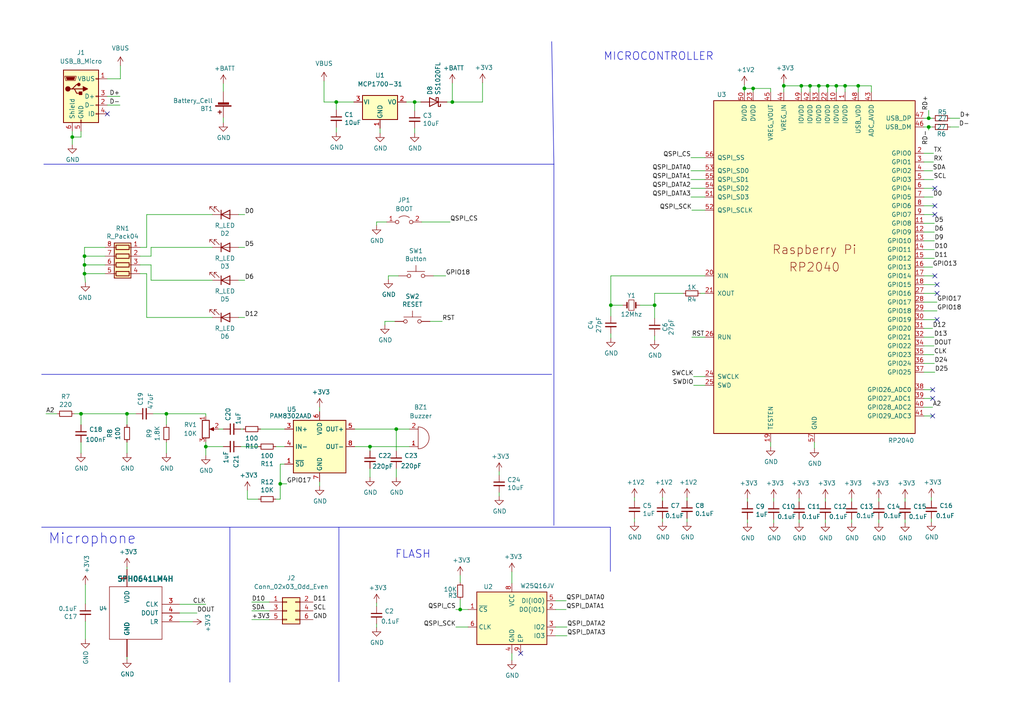
<source format=kicad_sch>
(kicad_sch (version 20230121) (generator eeschema)
  (paper "A4")
  (junction (at 234.95 24.892))
  (junction (at 81.28 140.335))
  (junction (at 177.165 88.519))
  (junction (at 237.49 24.892))
  (junction (at 59.69 129.54))
  (junction (at 23.495 120.015))
  (junction (at 269.367 34.29))
  (junction (at 248.92 24.892))
  (junction (at 24.511 79.375))
  (junction (at 131.191 29.591))
  (junction (at 240.03 24.892))
  (junction (at 24.511 76.835))
  (junction (at 269.367 36.83))
  (junction (at 245.11 24.892))
  (junction (at 242.57 24.892))
  (junction (at 133.477 176.784))
  (junction (at 227.33 24.892))
  (junction (at 48.26 120.015))
  (junction (at 20.955 39.751))
  (junction (at 215.9 25.654))
  (junction (at 232.41 24.892))
  (junction (at 120.269 29.591))
  (junction (at 218.44 25.654))
  (junction (at 189.865 88.519))
  (junction (at 97.536 29.591))
  (junction (at 24.511 74.295))
  (junction (at 114.935 124.46))
  (junction (at 107.315 129.54))
  (junction (at 36.83 120.015))
  (no_connect (at 270.51 113.03))
  (no_connect (at 270.51 115.57))
  (no_connect (at 270.51 120.65))
  (no_connect (at 31.115 33.02))
  (no_connect (at 271.145 80.01))
  (no_connect (at 151.003 189.484))
  (no_connect (at 271.145 54.61))
  (no_connect (at 271.78 82.55))
  (no_connect (at 271.78 85.09))
  (no_connect (at 271.78 92.71))
  (no_connect (at 271.145 59.69))
  (no_connect (at 271.145 62.23))
  (wire (pts (xy 242.57 24.892) (xy 245.11 24.892)))
  (wire (pts (xy 36.83 123.19) (xy 36.83 120.015)))
  (wire (pts (xy 75.565 124.46) (xy 82.55 124.46)))
  (wire (pts (xy 120.269 37.211) (xy 120.269 38.608)))
  (wire (pts (xy 107.315 129.54) (xy 118.745 129.54)))
  (wire (pts (xy 23.495 39.751) (xy 23.495 38.1)))
  (wire (pts (xy 44.45 120.015) (xy 48.26 120.015)))
  (wire (pts (xy 43.815 71.755) (xy 43.815 74.295)))
  (wire (pts (xy 267.97 97.79) (xy 270.891 97.79)))
  (wire (pts (xy 240.03 24.892) (xy 242.57 24.892)))
  (wire (pts (xy 43.815 76.835) (xy 43.815 81.28)))
  (wire (pts (xy 20.955 39.751) (xy 23.495 39.751)))
  (wire (pts (xy 69.85 124.46) (xy 70.485 124.46)))
  (wire (pts (xy 120.269 29.591) (xy 120.269 32.131)))
  (wire (pts (xy 189.865 88.519) (xy 189.865 92.329)))
  (wire (pts (xy 30.48 74.295) (xy 24.511 74.295)))
  (wire (pts (xy 267.97 59.69) (xy 271.145 59.69)))
  (wire (pts (xy 34.925 22.86) (xy 34.925 19.05)))
  (wire (pts (xy 20.955 38.1) (xy 20.955 39.751)))
  (wire (pts (xy 267.97 44.45) (xy 270.764 44.45)))
  (wire (pts (xy 20.955 39.751) (xy 20.955 41.91)))
  (wire (pts (xy 59.69 129.54) (xy 59.69 128.27)))
  (wire (pts (xy 73.025 177.165) (xy 78.105 177.165)))
  (wire (pts (xy 21.59 120.015) (xy 23.495 120.015)))
  (wire (pts (xy 199.263 150.368) (xy 199.263 151.384)))
  (wire (pts (xy 23.495 128.27) (xy 23.495 131.445)))
  (wire (pts (xy 48.26 120.015) (xy 59.69 120.015)))
  (wire (pts (xy 189.865 85.09) (xy 198.12 85.09)))
  (wire (pts (xy 40.64 76.835) (xy 43.815 76.835)))
  (wire (pts (xy 204.47 111.76) (xy 201.168 111.76)))
  (wire (pts (xy 102.87 124.46) (xy 114.935 124.46)))
  (wire (pts (xy 204.47 57.15) (xy 200.406 57.15)))
  (wire (pts (xy 71.755 144.78) (xy 71.755 142.24)))
  (wire (pts (xy 232.41 26.67) (xy 232.41 24.892)))
  (wire (pts (xy 111.633 93.218) (xy 111.633 94.234)))
  (wire (pts (xy 189.865 85.09) (xy 189.865 88.519)))
  (wire (pts (xy 114.935 135.89) (xy 114.935 138.43)))
  (wire (pts (xy 135.763 181.864) (xy 132.207 181.864)))
  (wire (pts (xy 218.44 25.654) (xy 218.44 26.67)))
  (wire (pts (xy 40.64 74.295) (xy 43.815 74.295)))
  (wire (pts (xy 267.97 54.61) (xy 271.145 54.61)))
  (wire (pts (xy 215.9 25.654) (xy 215.9 24.638)))
  (wire (pts (xy 42.545 79.375) (xy 42.545 92.075)))
  (wire (pts (xy 48.26 120.015) (xy 48.26 123.19)))
  (wire (pts (xy 117.856 29.591) (xy 120.269 29.591)))
  (polyline (pts (xy 177.038 152.908) (xy 177.038 165.735)))
  (wire (pts (xy 36.83 191.135) (xy 36.83 190.5)))
  (wire (pts (xy 125.73 80.01) (xy 129.286 80.01)))
  (wire (pts (xy 30.48 76.835) (xy 24.511 76.835)))
  (wire (pts (xy 81.28 140.335) (xy 83.185 140.335)))
  (wire (pts (xy 231.775 145.542) (xy 231.775 144.526)))
  (polyline (pts (xy 98.298 152.908) (xy 98.298 197.739)))
  (wire (pts (xy 139.954 24.003) (xy 139.954 29.591)))
  (wire (pts (xy 269.367 34.29) (xy 270.51 34.29)))
  (wire (pts (xy 107.315 135.89) (xy 107.315 138.43)))
  (wire (pts (xy 97.536 29.591) (xy 97.536 31.877)))
  (wire (pts (xy 144.78 137.795) (xy 144.78 136.779)))
  (wire (pts (xy 63.5 124.46) (xy 64.77 124.46)))
  (wire (pts (xy 267.97 77.47) (xy 270.51 77.47)))
  (wire (pts (xy 59.69 129.54) (xy 59.69 132.08)))
  (polyline (pts (xy 160.02 12.065) (xy 160.655 47.625)))
  (wire (pts (xy 239.395 145.542) (xy 239.395 144.526)))
  (wire (pts (xy 69.215 81.28) (xy 70.993 81.28)))
  (wire (pts (xy 24.765 185.42) (xy 24.765 180.213)))
  (wire (pts (xy 267.97 67.31) (xy 271.018 67.31)))
  (wire (pts (xy 102.87 129.54) (xy 107.315 129.54)))
  (wire (pts (xy 271.78 92.71) (xy 267.97 92.71)))
  (wire (pts (xy 93.98 29.591) (xy 97.536 29.591)))
  (polyline (pts (xy 12.7 47.625) (xy 160.655 47.625)))
  (wire (pts (xy 267.97 113.03) (xy 270.51 113.03)))
  (wire (pts (xy 252.73 26.67) (xy 252.73 24.892)))
  (wire (pts (xy 52.07 175.26) (xy 59.69 175.26)))
  (wire (pts (xy 216.789 150.622) (xy 216.789 151.638)))
  (wire (pts (xy 215.9 26.67) (xy 215.9 25.654)))
  (wire (pts (xy 55.88 180.34) (xy 52.07 180.34)))
  (wire (pts (xy 248.92 26.67) (xy 248.92 24.892)))
  (wire (pts (xy 271.78 87.63) (xy 267.97 87.63)))
  (wire (pts (xy 204.47 49.53) (xy 200.406 49.53)))
  (wire (pts (xy 267.97 62.23) (xy 271.145 62.23)))
  (wire (pts (xy 52.07 177.8) (xy 57.15 177.8)))
  (wire (pts (xy 237.49 26.67) (xy 237.49 24.892)))
  (wire (pts (xy 275.59 34.29) (xy 278.384 34.29)))
  (wire (pts (xy 133.477 173.99) (xy 133.477 176.784)))
  (wire (pts (xy 80.01 129.54) (xy 82.55 129.54)))
  (wire (pts (xy 267.97 64.77) (xy 271.018 64.77)))
  (wire (pts (xy 270.51 95.25) (xy 267.97 95.25)))
  (wire (pts (xy 204.47 80.01) (xy 177.165 80.01)))
  (wire (pts (xy 204.47 97.79) (xy 200.66 97.79)))
  (wire (pts (xy 144.78 142.875) (xy 144.78 143.891)))
  (wire (pts (xy 269.367 32.004) (xy 269.367 34.29)))
  (wire (pts (xy 40.64 79.375) (xy 42.545 79.375)))
  (wire (pts (xy 271.145 80.01) (xy 267.97 80.01)))
  (wire (pts (xy 30.48 79.375) (xy 24.511 79.375)))
  (wire (pts (xy 43.815 71.755) (xy 61.595 71.755)))
  (wire (pts (xy 23.495 120.015) (xy 23.495 123.19)))
  (polyline (pts (xy 66.675 153.035) (xy 66.675 197.866)))
  (wire (pts (xy 204.47 85.09) (xy 203.2 85.09)))
  (wire (pts (xy 69.85 129.54) (xy 74.93 129.54)))
  (wire (pts (xy 267.97 118.11) (xy 270.51 118.11)))
  (wire (pts (xy 267.97 72.39) (xy 271.018 72.39)))
  (wire (pts (xy 215.9 25.654) (xy 218.44 25.654)))
  (wire (pts (xy 267.97 102.87) (xy 270.891 102.87)))
  (wire (pts (xy 36.83 120.015) (xy 39.37 120.015)))
  (wire (pts (xy 30.48 71.755) (xy 24.511 71.755)))
  (wire (pts (xy 232.41 24.892) (xy 234.95 24.892)))
  (wire (pts (xy 81.28 134.62) (xy 81.28 140.335)))
  (wire (pts (xy 204.47 109.22) (xy 201.168 109.22)))
  (wire (pts (xy 267.97 69.85) (xy 271.018 69.85)))
  (wire (pts (xy 120.269 29.591) (xy 122.047 29.591)))
  (wire (pts (xy 199.263 145.288) (xy 199.263 144.272)))
  (wire (pts (xy 107.315 129.54) (xy 107.315 130.81)))
  (wire (pts (xy 227.33 26.67) (xy 227.33 24.892)))
  (wire (pts (xy 267.97 57.15) (xy 270.637 57.15)))
  (wire (pts (xy 13.335 120.015) (xy 16.51 120.015)))
  (wire (pts (xy 59.69 120.65) (xy 59.69 120.015)))
  (wire (pts (xy 177.165 88.519) (xy 180.594 88.519)))
  (wire (pts (xy 92.71 118.11) (xy 92.71 119.38)))
  (wire (pts (xy 42.545 92.075) (xy 61.595 92.075)))
  (wire (pts (xy 131.191 29.591) (xy 139.954 29.591)))
  (wire (pts (xy 36.83 120.015) (xy 23.495 120.015)))
  (polyline (pts (xy 12.065 108.585) (xy 160.02 108.585)))
  (wire (pts (xy 81.28 134.62) (xy 82.55 134.62)))
  (wire (pts (xy 42.545 71.755) (xy 42.545 62.23)))
  (wire (pts (xy 248.92 24.892) (xy 245.11 24.892)))
  (wire (pts (xy 24.511 74.295) (xy 24.511 76.835)))
  (wire (pts (xy 269.367 37.719) (xy 269.367 36.83)))
  (wire (pts (xy 271.78 90.17) (xy 267.97 90.17)))
  (wire (pts (xy 115.57 80.01) (xy 112.649 80.01)))
  (wire (pts (xy 112.141 64.389) (xy 109.22 64.389)))
  (wire (pts (xy 148.463 169.164) (xy 148.463 165.862)))
  (wire (pts (xy 73.025 174.625) (xy 78.105 174.625)))
  (wire (pts (xy 114.935 124.46) (xy 118.745 124.46)))
  (wire (pts (xy 161.163 174.244) (xy 164.211 174.244)))
  (wire (pts (xy 131.191 29.591) (xy 131.191 24.13)))
  (wire (pts (xy 36.83 128.27) (xy 36.83 131.445)))
  (wire (pts (xy 122.301 64.389) (xy 130.556 64.389)))
  (wire (pts (xy 247.015 145.542) (xy 247.015 144.526)))
  (wire (pts (xy 177.165 88.519) (xy 177.165 91.694)))
  (wire (pts (xy 112.649 80.01) (xy 112.649 81.026)))
  (wire (pts (xy 240.03 26.67) (xy 240.03 24.892)))
  (wire (pts (xy 204.47 52.07) (xy 200.406 52.07)))
  (wire (pts (xy 223.52 25.654) (xy 218.44 25.654)))
  (wire (pts (xy 24.511 76.835) (xy 24.511 79.375)))
  (wire (pts (xy 242.57 26.67) (xy 242.57 24.892)))
  (wire (pts (xy 267.97 105.41) (xy 271.018 105.41)))
  (wire (pts (xy 271.78 85.09) (xy 267.97 85.09)))
  (wire (pts (xy 237.49 24.892) (xy 240.03 24.892)))
  (wire (pts (xy 254.889 150.622) (xy 254.889 151.638)))
  (wire (pts (xy 64.77 34.163) (xy 64.77 35.56)))
  (wire (pts (xy 69.215 92.075) (xy 70.993 92.075)))
  (wire (pts (xy 192.151 145.288) (xy 192.151 144.272)))
  (wire (pts (xy 177.165 80.01) (xy 177.165 88.519)))
  (wire (pts (xy 24.511 71.755) (xy 24.511 74.295)))
  (polyline (pts (xy 160.655 47.625) (xy 160.655 152.4)))
  (wire (pts (xy 42.545 62.23) (xy 61.595 62.23)))
  (wire (pts (xy 64.77 26.543) (xy 64.77 24.257)))
  (wire (pts (xy 271.78 82.55) (xy 267.97 82.55)))
  (wire (pts (xy 262.509 150.622) (xy 262.509 151.638)))
  (wire (pts (xy 227.33 24.892) (xy 232.41 24.892)))
  (wire (pts (xy 40.64 71.755) (xy 42.545 71.755)))
  (wire (pts (xy 231.775 150.622) (xy 231.775 151.638)))
  (wire (pts (xy 184.023 150.368) (xy 184.023 151.384)))
  (wire (pts (xy 185.674 88.519) (xy 189.865 88.519)))
  (wire (pts (xy 245.11 24.892) (xy 245.11 26.67)))
  (wire (pts (xy 267.97 49.53) (xy 270.51 49.53)))
  (wire (pts (xy 161.163 176.784) (xy 164.211 176.784)))
  (wire (pts (xy 267.97 52.07) (xy 270.764 52.07)))
  (wire (pts (xy 227.33 24.892) (xy 227.33 24.13)))
  (wire (pts (xy 31.115 27.94) (xy 34.798 27.94)))
  (wire (pts (xy 234.95 24.892) (xy 237.49 24.892)))
  (wire (pts (xy 109.22 64.389) (xy 109.22 65.405)))
  (wire (pts (xy 161.163 184.404) (xy 164.465 184.404)))
  (wire (pts (xy 239.395 150.622) (xy 239.395 151.638)))
  (wire (pts (xy 124.714 93.218) (xy 128.27 93.218)))
  (wire (pts (xy 267.97 36.83) (xy 269.367 36.83)))
  (wire (pts (xy 43.815 81.28) (xy 61.595 81.28)))
  (wire (pts (xy 69.215 71.755) (xy 70.993 71.755)))
  (wire (pts (xy 24.765 175.133) (xy 24.765 169.545)))
  (wire (pts (xy 48.26 128.27) (xy 48.26 131.445)))
  (wire (pts (xy 252.73 24.892) (xy 248.92 24.892)))
  (wire (pts (xy 97.536 36.957) (xy 97.536 38.354)))
  (wire (pts (xy 36.83 165.1) (xy 36.83 164.465)))
  (wire (pts (xy 114.554 93.218) (xy 111.633 93.218)))
  (wire (pts (xy 64.77 129.54) (xy 59.69 129.54)))
  (wire (pts (xy 81.28 140.335) (xy 81.28 144.78)))
  (wire (pts (xy 97.536 29.591) (xy 102.616 29.591)))
  (wire (pts (xy 267.97 115.57) (xy 270.51 115.57)))
  (wire (pts (xy 133.477 168.91) (xy 133.477 166.878)))
  (wire (pts (xy 247.015 150.622) (xy 247.015 151.638)))
  (wire (pts (xy 177.165 98.044) (xy 177.165 96.774)))
  (wire (pts (xy 189.865 98.679) (xy 189.865 97.409)))
  (wire (pts (xy 223.52 26.67) (xy 223.52 25.654)))
  (wire (pts (xy 73.025 179.705) (xy 78.105 179.705)))
  (wire (pts (xy 204.47 54.61) (xy 200.406 54.61)))
  (polyline (pts (xy 12.065 152.908) (xy 177.038 152.908)))
  (wire (pts (xy 267.97 74.93) (xy 271.018 74.93)))
  (wire (pts (xy 224.409 145.542) (xy 224.409 144.526)))
  (wire (pts (xy 24.511 79.375) (xy 24.765 81.915)))
  (wire (pts (xy 234.95 26.67) (xy 234.95 24.892)))
  (wire (pts (xy 148.463 189.484) (xy 148.463 191.516)))
  (wire (pts (xy 204.47 45.72) (xy 200.406 45.72)))
  (wire (pts (xy 129.667 29.591) (xy 131.191 29.591)))
  (wire (pts (xy 236.22 128.27) (xy 236.22 130.048)))
  (wire (pts (xy 92.71 140.97) (xy 92.71 139.7)))
  (wire (pts (xy 267.97 34.29) (xy 269.367 34.29)))
  (wire (pts (xy 267.97 107.95) (xy 271.145 107.95)))
  (wire (pts (xy 216.789 145.542) (xy 216.789 144.526)))
  (wire (pts (xy 31.115 22.86) (xy 34.925 22.86)))
  (wire (pts (xy 270.129 145.288) (xy 270.129 144.272)))
  (wire (pts (xy 93.98 23.495) (xy 93.98 29.591)))
  (wire (pts (xy 31.115 30.48) (xy 34.798 30.48)))
  (wire (pts (xy 74.93 144.78) (xy 71.755 144.78)))
  (wire (pts (xy 204.47 60.96) (xy 200.66 60.96)))
  (wire (pts (xy 275.59 36.83) (xy 278.13 36.83)))
  (wire (pts (xy 114.935 124.46) (xy 114.935 130.81)))
  (wire (pts (xy 269.367 36.83) (xy 270.51 36.83)))
  (wire (pts (xy 262.509 145.542) (xy 262.509 144.526)))
  (wire (pts (xy 267.97 46.99) (xy 270.764 46.99)))
  (wire (pts (xy 133.477 176.784) (xy 132.207 176.784)))
  (wire (pts (xy 270.129 150.368) (xy 270.129 151.384)))
  (wire (pts (xy 109.22 180.975) (xy 109.22 181.991)))
  (wire (pts (xy 267.97 120.65) (xy 270.51 120.65)))
  (wire (pts (xy 69.215 62.23) (xy 70.993 62.23)))
  (wire (pts (xy 184.023 145.288) (xy 184.023 144.272)))
  (wire (pts (xy 224.409 150.622) (xy 224.409 151.638)))
  (wire (pts (xy 161.163 181.864) (xy 164.465 181.864)))
  (wire (pts (xy 254.889 145.542) (xy 254.889 144.526)))
  (wire (pts (xy 223.52 128.27) (xy 223.52 129.54)))
  (wire (pts (xy 192.151 150.368) (xy 192.151 151.384)))
  (wire (pts (xy 135.763 176.784) (xy 133.477 176.784)))
  (wire (pts (xy 110.236 37.211) (xy 110.236 38.608)))
  (wire (pts (xy 81.28 144.78) (xy 80.01 144.78)))
  (wire (pts (xy 109.22 175.895) (xy 109.22 174.879)))
  (wire (pts (xy 267.97 100.33) (xy 270.891 100.33)))
  (text "FLASH" (at 114.554 162.179 0) (effects (font (size 2.2606 2.2606)) (justify left bottom)))
  (text "Microphone" (at 13.97 158.115 0) (effects (font (size 2.9972 2.9972)) (justify left bottom)))
  (text "MICROCONTROLLER" (at 175.006 17.78 0) (effects (font (size 2.2606 2.2606)) (justify left bottom)))
  (label "SDA" (at 73.025 177.165 0))
  (label "SWDIO" (at 201.168 111.76 180))
  (label "D11" (at 90.805 174.625 0))
  (label "SCL" (at 270.764 52.07 0))
  (label "SDA" (at 270.51 49.53 0))
  (label "QSPI_DATA0" (at 200.406 49.53 180))
  (label "D6" (at 70.993 81.28 0))
  (label "QSPI_DATA2" (at 164.465 181.864 0))
  (label "D-" (at 278.13 36.83 0))
  (label "D6" (at 271.018 67.31 0))
  (label "D12" (at 70.993 92.075 0))
  (label "RD-" (at 269.367 37.719 270))
  (label "DOUT" (at 57.15 177.8 0))
  (label "D5" (at 70.993 71.755 0))
  (label "RX" (at 270.764 46.99 0))
  (label "+3V3" (at 73.025 179.705 0))
  (label "CLK" (at 59.69 175.26 180))
  (label "D11" (at 271.018 74.93 0))
  (label "RD+" (at 269.367 32.004 90))
  (label "D10" (at 271.018 72.39 0))
  (label "GPIO17" (at 83.185 140.335 0))
  (label "QSPI_CS" (at 132.207 176.784 180))
  (label "GND" (at 90.805 179.705 0))
  (label "D10" (at 73.025 174.625 0))
  (label "D+" (at 34.798 27.94 180))
  (label "QSPI_DATA3" (at 200.406 57.15 180))
  (label "QSPI_SCK" (at 200.66 60.96 180))
  (label "RST" (at 200.66 97.79 0))
  (label "GPIO18" (at 129.286 80.01 0))
  (label "A2" (at 270.51 118.11 0))
  (label "D24" (at 271.018 105.41 0))
  (label "D9" (at 271.018 69.85 0))
  (label "QSPI_DATA2" (at 200.406 54.61 180))
  (label "QSPI_DATA3" (at 164.465 184.404 0))
  (label "RST" (at 128.27 93.218 0))
  (label "D12" (at 270.51 95.25 0))
  (label "QSPI_DATA1" (at 164.211 176.784 0))
  (label "SCL" (at 90.805 177.165 0))
  (label "D0" (at 70.993 62.23 0))
  (label "A2" (at 13.335 120.015 0))
  (label "QSPI_DATA1" (at 200.406 52.07 180))
  (label "D0" (at 270.637 57.15 0))
  (label "D5" (at 271.018 64.77 0))
  (label "D+" (at 278.384 34.29 0))
  (label "GPIO18" (at 271.78 90.17 0))
  (label "D25" (at 271.145 107.95 0))
  (label "CLK" (at 270.891 102.87 0))
  (label "QSPI_CS" (at 200.406 45.72 180))
  (label "GPIO17" (at 271.78 87.63 0))
  (label "QSPI_SCK" (at 132.207 181.864 180))
  (label "QSPI_CS" (at 130.556 64.389 0))
  (label "GPIO13" (at 270.51 77.47 0))
  (label "TX" (at 270.764 44.45 0))
  (label "D13" (at 270.891 97.79 0))
  (label "SWCLK" (at 201.168 109.22 180))
  (label "DOUT" (at 270.891 100.33 0))
  (label "QSPI_DATA0" (at 164.211 174.244 0))
  (label "D-" (at 34.798 30.48 180))
  (symbol (lib_id "Device:LED") (at 65.405 71.755 0) (mirror x) (unit 1)
    (property "Reference" "D3" (at 65.2272 77.2414 0))
    (property "Value" "R_LED" (at 65.2272 74.93 0))
    (property "Footprint" "badge_pwnCon:LYT77K-K2M1-NoHole" (effects hide))
    (property "Datasheet" "https://www.mouser.mx/datasheet/2/216/AA3528ZGCKT09-1602097.pdf" (effects hide))
    (property "manf#" "AA3528ZGCKT09" (effects hide))
    (property "Stock en EC" "No" (effects hide))
  )
  (symbol (lib_id "Device:C_Small") (at 216.789 148.082 0) (unit 1)
    (property "Reference" "C9" (at 219.1258 146.9136 0) (effects (justify left)))
    (property "Value" "1uF" (at 219.1258 149.225 0) (effects (justify left)))
    (property "Footprint" "Capacitor_SMD:C_0603_1608Metric" (effects hide))
    (property "Datasheet" "https://datasheet.lcsc.com/lcsc/2007071712_CCTC-TCC0603X5R105K160CT_C696901.pdf" (effects hide))
    (property "LCSC#" "C696901" (effects hide))
    (property "manf#" "TCC0603X5R105K160CT" (effects hide))
    (property "Stock en Electronic Cats" "En Electronic Cats" (effects hide))
    (property "Stock en EC" "Yes" (effects hide))
  )
  (symbol (lib_id "power:+3V3") (at 92.71 118.11 0) (unit 1)
    (property "Reference" "#PWR058" (effects hide))
    (property "Value" "+3V3" (at 93.091 113.7158 0))
  )
  (symbol (lib_id "power:VBUS") (at 34.925 19.05 0) (unit 1)
    (property "Reference" "#PWR03" (effects hide))
    (property "Value" "VBUS" (at 34.925 13.97 0))
  )
  (symbol (lib_id "power:GND") (at 177.165 98.044 0) (unit 1)
    (property "Reference" "#PWR020" (effects hide))
    (property "Value" "GND" (at 177.292 102.4382 0))
  )
  (symbol (lib_id "Connector_Generic:Conn_02x03_Odd_Even") (at 83.185 177.165 0) (unit 1)
    (property "Reference" "J2" (at 84.455 167.64 0))
    (property "Value" "Conn_02x03_Odd_Even" (at 84.455 170.18 0))
    (property "Footprint" "Connector_PinHeader_2.54mm:PinHeader_2x03_P2.54mm_Vertical" (effects hide))
    (property "Stock en EC" "No" (effects hide))
  )
  (symbol (lib_id "Device:C_Small") (at 224.409 148.082 0) (unit 1)
    (property "Reference" "C10" (at 226.7458 146.9136 0) (effects (justify left)))
    (property "Value" "0.1uF" (at 225.425 149.86 0) (effects (justify left)))
    (property "Footprint" "Capacitor_SMD:C_0603_1608Metric" (effects hide))
    (property "Datasheet" "https://www.mouser.mx/datasheet/2/585/MLCC-1837944.pdf" (effects hide))
    (property "manf#" "CL10B104MA8NNWC" (effects hide))
    (property "Stock en EC" "No" (effects hide))
  )
  (symbol (lib_id "power:+3V3") (at 231.775 144.526 0) (unit 1)
    (property "Reference" "#PWR035" (effects hide))
    (property "Value" "+3V3" (at 232.156 140.1318 0))
  )
  (symbol (lib_id "Device:R_Small") (at 133.477 171.45 0) (unit 1)
    (property "Reference" "R3" (at 129.921 172.72 0) (effects (justify left)))
    (property "Value" "10K" (at 128.651 170.942 0) (effects (justify left)))
    (property "Footprint" "Resistor_SMD:R_0603_1608Metric" (effects hide))
    (property "Datasheet" "https://www.mouser.mx/datasheet/2/447/PYu_RC_Group_51_RoHS_L_11-1984063.pdf" (effects hide))
    (property "manf#" "RC0603JR-0710KL" (effects hide))
    (property "Stock en Electronic Cats" "En Electronic Cats" (effects hide))
    (property "Stock en EC" "Yes" (effects hide))
  )
  (symbol (lib_id "Device:C_Small") (at 41.91 120.015 90) (unit 1)
    (property "Reference" "C19" (at 40.7416 117.6782 0) (effects (justify left)))
    (property "Value" "47uF" (at 43.688 118.745 0) (effects (justify left)))
    (property "Footprint" "Capacitor_SMD:C_0603_1608Metric" (effects hide))
    (property "Datasheet" "https://www.mouser.mx/datasheet/2/281/1/GRM188R60J476ME15_01A-1985737.pdf" (effects hide))
    (property "manf#" "GRM188R60J476ME15J" (effects hide))
    (property "Stock en EC" "No" (effects hide))
  )
  (symbol (lib_id "power:+3V3") (at 270.129 144.272 0) (unit 1)
    (property "Reference" "#PWR046" (effects hide))
    (property "Value" "+3V3" (at 270.51 139.8778 0))
  )
  (symbol (lib_id "Device:C_Small") (at 67.31 124.46 90) (unit 1)
    (property "Reference" "C20" (at 66.1416 122.1232 0) (effects (justify left)))
    (property "Value" "1uF" (at 69.088 123.19 0) (effects (justify left)))
    (property "Footprint" "Capacitor_SMD:C_0603_1608Metric" (effects hide))
    (property "Datasheet" "https://datasheet.lcsc.com/lcsc/2007071712_CCTC-TCC0603X5R105K160CT_C696901.pdf" (effects hide))
    (property "LCSC#" "C696901" (effects hide))
    (property "manf#" "TCC0603X5R105K160CT" (effects hide))
    (property "Stock en EC" "Yes" (effects hide))
  )
  (symbol (lib_id "Device:LED") (at 65.405 81.28 0) (mirror x) (unit 1)
    (property "Reference" "D5" (at 65.2272 86.7664 0))
    (property "Value" "R_LED" (at 65.2272 84.455 0))
    (property "Footprint" "badge_pwnCon:LYT77K-K2M1-NoHole" (effects hide))
    (property "Datasheet" "https://www.mouser.mx/datasheet/2/216/AA3528ZGCKT09-1602097.pdf" (effects hide))
    (property "manf#" "AA3528ZGCKT09" (effects hide))
    (property "Stock en EC" "No" (effects hide))
  )
  (symbol (lib_id "power:GND") (at 192.151 151.384 0) (unit 1)
    (property "Reference" "#PWR025" (effects hide))
    (property "Value" "GND" (at 192.278 155.7782 0))
  )
  (symbol (lib_id "power:GND") (at 36.83 191.135 0) (unit 1)
    (property "Reference" "#PWR051" (effects hide))
    (property "Value" "GND" (at 36.957 195.5292 0))
  )
  (symbol (lib_id "Device:R_Small") (at 273.05 34.29 270) (unit 1)
    (property "Reference" "R5" (at 273.304 32.512 90))
    (property "Value" "27" (at 273.304 34.29 90))
    (property "Footprint" "Resistor_SMD:R_0603_1608Metric" (effects hide))
    (property "Datasheet" "https://www.mouser.mx/datasheet/2/315/AOA0000C301-1488782.pdf" (effects hide))
    (property "manf#" "ERJ-3GEYJ270V" (effects hide))
    (property "Stock en Electronic Cats" "En Electronic Cats" (effects hide))
    (property "Stock en EC" "Yes" (effects hide))
  )
  (symbol (lib_id "Device:C_Small") (at 109.22 178.435 0) (unit 1)
    (property "Reference" "C2" (at 111.5568 177.2666 0) (effects (justify left)))
    (property "Value" "0.1uF" (at 110.49 180.213 0) (effects (justify left)))
    (property "Footprint" "Capacitor_SMD:C_0603_1608Metric" (effects hide))
    (property "Datasheet" "https://www.mouser.mx/datasheet/2/585/MLCC-1837944.pdf" (effects hide))
    (property "manf#" "CL10B104MA8NNWC" (effects hide))
    (property "Stock en EC" "No" (effects hide))
  )
  (symbol (lib_id "power:+1V2") (at 184.023 144.272 0) (unit 1)
    (property "Reference" "#PWR021" (effects hide))
    (property "Value" "+1V2" (at 184.404 139.8778 0))
  )
  (symbol (lib_id "Device:R_Small") (at 77.47 144.78 270) (unit 1)
    (property "Reference" "R12" (at 77.47 139.8016 90))
    (property "Value" "10K" (at 77.47 142.113 90))
    (property "Footprint" "Resistor_SMD:R_0603_1608Metric" (effects hide))
    (property "Datasheet" "https://www.mouser.mx/datasheet/2/447/PYu_RC_Group_51_RoHS_L_11-1984063.pdf" (effects hide))
    (property "manf#" "CRCW06031K00FKEAC" (effects hide))
    (property "Stock en Electronic Cats" "En Electronic Cats" (effects hide))
    (property "Stock en EC" "Yes" (effects hide))
  )
  (symbol (lib_id "power:+3V3") (at 247.015 144.526 0) (unit 1)
    (property "Reference" "#PWR040" (effects hide))
    (property "Value" "+3V3" (at 247.396 140.1318 0))
  )
  (symbol (lib_id "power:GND") (at 224.409 151.638 0) (unit 1)
    (property "Reference" "#PWR032" (effects hide))
    (property "Value" "GND" (at 224.536 156.0322 0))
  )
  (symbol (lib_id "BastFrontier-rescue:IMP34DT05-Catbrain-BastEdge-rescue-BastFrontier-rescue-BastFrontier-rescue-BastFrontier-rescue") (at 41.91 177.8 0) (unit 1)
    (property "Reference" "U4" (at 31.0642 176.4538 0) (effects (font (size 1.0668 1.0668)) (justify right)))
    (property "Value" "SPH0641LM4H" (at 50.546 167.894 0) (effects (font (size 1.4986 1.4986) bold) (justify right)))
    (property "Footprint" "Sensors:MIC_SPH0641LM4H-1" (effects hide))
    (property "Datasheet" "https://www.mouser.mx/ProductDetail/Knowles/SPH0641LM4H-1?qs=rpfKl3ntHzP45DqhDYSHWA%3D%3D" (effects hide))
    (property "manf#" "SPH0641LM4H" (effects hide))
    (property "Stock en EC" "No" (effects hide))
  )
  (symbol (lib_id "Device:Crystal_Small") (at 183.134 88.519 0) (unit 1)
    (property "Reference" "Y1" (at 183.134 85.6996 0))
    (property "Value" "12Mhz" (at 183.134 91.1606 0))
    (property "Footprint" "Crystal:Crystal_SMD_HC49-SD" (effects hide))
    (property "Datasheet" "https://www.mouser.mx/datasheet/2/3/abls-1664338.pdf" (effects hide))
    (property "manf#" "ABLS-12.000MHZ-B4-T" (effects hide))
    (property "Stock en EC" "No" (effects hide))
  )
  (symbol (lib_id "power:+3V3") (at 109.22 174.879 0) (unit 1)
    (property "Reference" "#PWR08" (effects hide))
    (property "Value" "+3V3" (at 109.601 170.4848 0))
  )
  (symbol (lib_id "power:GND") (at 148.463 191.516 0) (unit 1)
    (property "Reference" "#PWR019" (effects hide))
    (property "Value" "GND" (at 148.59 195.9102 0))
  )
  (symbol (lib_id "power:GND") (at 59.69 132.08 0) (unit 1)
    (property "Reference" "#PWR056" (effects hide))
    (property "Value" "GND" (at 59.817 136.4742 0))
  )
  (symbol (lib_id "power:GND") (at 112.649 81.026 0) (unit 1)
    (property "Reference" "#PWR010" (effects hide))
    (property "Value" "GND" (at 112.776 85.4202 0))
  )
  (symbol (lib_id "Device:R_Small") (at 36.83 125.73 0) (unit 1)
    (property "Reference" "R8" (at 31.8516 125.73 90))
    (property "Value" "100" (at 34.163 125.73 90))
    (property "Footprint" "Resistor_SMD:R_0603_1608Metric" (effects hide))
    (property "Datasheet" "https://datasheet.lcsc.com/lcsc/2205311845_UNI-ROYAL-Uniroyal-Elec-0603WAJ0101T5E_C25201.pdf" (effects hide))
    (property "LCSC#" "C25201" (effects hide))
    (property "Stock en Electronic Cats" "En Electronic Cats" (effects hide))
    (property "Stock en EC" "Yes" (effects hide))
  )
  (symbol (lib_id "power:GND") (at 223.52 129.54 0) (unit 1)
    (property "Reference" "#PWR033" (effects hide))
    (property "Value" "GND" (at 223.647 133.9342 0))
  )
  (symbol (lib_id "power:+3V3") (at 239.395 144.526 0) (unit 1)
    (property "Reference" "#PWR038" (effects hide))
    (property "Value" "+3V3" (at 239.776 140.1318 0))
  )
  (symbol (lib_id "Device:R_Potentiometer") (at 59.69 124.46 0) (unit 1)
    (property "Reference" "RV1" (at 57.15 123.1899 0) (effects (justify right)))
    (property "Value" "10K" (at 57.15 125.7299 0) (effects (justify right)))
    (property "Footprint" "Potentiometer_SMD:Potentiometer_Bourns_TC33X_Vertical" (effects hide))
    (property "Datasheet" "https://www.mouser.mx/datasheet/2/54/tc33-778219.pdf" (effects hide))
    (property "Stock en EC" "No" (effects hide))
    (property "manf#" "TC33X-2-103E" (effects hide))
  )
  (symbol (lib_id "power:GND") (at 239.395 151.638 0) (unit 1)
    (property "Reference" "#PWR039" (effects hide))
    (property "Value" "GND" (at 239.522 156.0322 0))
  )
  (symbol (lib_id "Device:C_Small") (at 107.315 133.35 0) (unit 1)
    (property "Reference" "C22" (at 109.6518 132.1816 0) (effects (justify left)))
    (property "Value" "220pF" (at 107.95 135.255 0) (effects (justify left)))
    (property "Footprint" "Capacitor_SMD:C_0603_1608Metric" (effects hide))
    (property "Datasheet" "https://datasheet.lcsc.com/lcsc/2001132237_Chinocera-HGC0603R7221K500NTHJ_C482474.pdf" (effects hide))
    (property "LCSC#" "C482474" (effects hide))
    (property "manf#" "HGC0603R7221K500NTHJ" (effects hide))
    (property "Stock en EC" "Yes" (effects hide))
  )
  (symbol (lib_id "power:GND") (at 24.765 81.915 0) (mirror y) (unit 1)
    (property "Reference" "#PWR02" (effects hide))
    (property "Value" "GND" (at 24.638 86.3092 0))
  )
  (symbol (lib_id "Device:C_Small") (at 192.151 147.828 0) (unit 1)
    (property "Reference" "C7" (at 194.4878 146.6596 0) (effects (justify left)))
    (property "Value" "0.1uF" (at 192.913 149.606 0) (effects (justify left)))
    (property "Footprint" "Capacitor_SMD:C_0603_1608Metric" (effects hide))
    (property "Datasheet" "https://www.mouser.mx/datasheet/2/585/MLCC-1837944.pdf" (effects hide))
    (property "manf#" "CL10B104MA8NNWC" (effects hide))
    (property "Stock en EC" "No" (effects hide))
  )
  (symbol (lib_id "Device:C_Small") (at 120.269 34.671 0) (unit 1)
    (property "Reference" "C3" (at 122.6058 33.5026 0) (effects (justify left)))
    (property "Value" "10uF" (at 122.6058 35.814 0) (effects (justify left)))
    (property "Footprint" "Capacitor_SMD:C_0603_1608Metric" (effects hide))
    (property "Datasheet" "https://www.mouser.mx/datasheet/2/447/UPY_NP0X5R_01005_4V_to_25V_V10-3003057.pdf" (effects hide))
    (property "manf#" "CC0603KRX5R6BB106" (effects hide))
    (property "Stock en Electronic Cats" "En Electronic Cats" (effects hide))
    (property "Stock en EC" "Yes" (effects hide))
  )
  (symbol (lib_id "power:GND") (at 107.315 138.43 0) (unit 1)
    (property "Reference" "#PWR060" (effects hide))
    (property "Value" "GND" (at 107.442 142.8242 0))
  )
  (symbol (lib_id "power:+3.3V") (at 36.83 164.465 0) (unit 1)
    (property "Reference" "#PWR050" (effects hide))
    (property "Value" "+3.3V" (at 37.211 160.0708 0))
  )
  (symbol (lib_id "power:GND") (at 24.765 185.42 0) (unit 1)
    (property "Reference" "#PWR049" (effects hide))
    (property "Value" "GND" (at 24.892 188.6712 90) (effects (justify right)))
  )
  (symbol (lib_id "power:GND") (at 109.22 181.991 0) (unit 1)
    (property "Reference" "#PWR09" (effects hide))
    (property "Value" "GND" (at 109.347 186.3852 0))
  )
  (symbol (lib_id "Connector:USB_B_Micro") (at 23.495 27.94 0) (unit 1)
    (property "Reference" "J1" (at 23.495 15.24 0))
    (property "Value" "USB_B_Micro" (at 23.495 17.78 0))
    (property "Footprint" "badge_pwnCon:U254051N4BH806" (effects hide))
    (property "manf#" "EC" (effects hide))
    (property "LCSC#" "C319170" (effects hide))
    (property "Stock en Electronic Cats" "En Electronic Cats" (effects hide))
    (property "Stock en EC" "Yes" (effects hide))
  )
  (symbol (lib_id "power:GND") (at 110.236 38.608 0) (unit 1)
    (property "Reference" "#PWR011" (effects hide))
    (property "Value" "GND" (at 110.363 43.0022 0))
  )
  (symbol (lib_id "power:GND") (at 189.865 98.679 0) (unit 1)
    (property "Reference" "#PWR023" (effects hide))
    (property "Value" "GND" (at 189.992 103.0732 0))
  )
  (symbol (lib_id "Switch:SW_Push") (at 120.65 80.01 0) (unit 1)
    (property "Reference" "SW1" (at 120.65 72.771 0))
    (property "Value" "Button" (at 120.65 75.0824 0))
    (property "Footprint" "Button_Switch_SMD:SW_SPST_TL3342" (effects hide))
    (property "LCSC#" "C318889" (effects hide))
    (property "manf#" "TS-1187A-C-C-B" (effects hide))
    (property "Stock en Electronic Cats" "En Electronic Cats" (effects hide))
    (property "Stock en EC" "Yes" (effects hide))
  )
  (symbol (lib_id "Switch:SW_Push") (at 119.634 93.218 0) (unit 1)
    (property "Reference" "SW2" (at 119.634 85.979 0))
    (property "Value" "RESET" (at 119.634 88.2904 0))
    (property "Footprint" "Button_Switch_SMD:SW_SPST_TL3342" (effects hide))
    (property "LCSC#" "C318889" (effects hide))
    (property "manf#" "TS-1187A-C-C-B" (effects hide))
    (property "Stock en EC" "Yes" (effects hide))
  )
  (symbol (lib_id "power:GND") (at 97.536 38.354 0) (unit 1)
    (property "Reference" "#PWR07" (effects hide))
    (property "Value" "GND" (at 97.663 42.7482 0))
  )
  (symbol (lib_id "Device:R_Small") (at 73.025 124.46 90) (unit 1)
    (property "Reference" "R10" (at 73.025 129.4384 90))
    (property "Value" "100" (at 73.025 127.127 90))
    (property "Footprint" "Resistor_SMD:R_0603_1608Metric" (effects hide))
    (property "Datasheet" "https://datasheet.lcsc.com/lcsc/2205311845_UNI-ROYAL-Uniroyal-Elec-0603WAJ0101T5E_C25201.pdf" (effects hide))
    (property "LCSC#" "C25201" (effects hide))
    (property "Stock en Electronic Cats" "En Electronic Cats" (effects hide))
    (property "Stock en EC" "Yes" (effects hide))
  )
  (symbol (lib_id "power:GND") (at 36.83 131.445 0) (unit 1)
    (property "Reference" "#PWR054" (effects hide))
    (property "Value" "GND" (at 36.957 135.8392 0))
  )
  (symbol (lib_id "Device:R_Small") (at 77.47 129.54 90) (unit 1)
    (property "Reference" "R11" (at 77.47 134.5184 90))
    (property "Value" "100" (at 77.47 132.207 90))
    (property "Footprint" "Resistor_SMD:R_0603_1608Metric" (effects hide))
    (property "Datasheet" "https://datasheet.lcsc.com/lcsc/2205311845_UNI-ROYAL-Uniroyal-Elec-0603WAJ0101T5E_C25201.pdf" (effects hide))
    (property "LCSC#" "C25201" (effects hide))
    (property "Stock en Electronic Cats" "En Electronic Cats" (effects hide))
    (property "Stock en EC" "Yes" (effects hide))
  )
  (symbol (lib_id "power:GND") (at 216.789 151.638 0) (unit 1)
    (property "Reference" "#PWR029" (effects hide))
    (property "Value" "GND" (at 216.916 156.0322 0))
  )
  (symbol (lib_id "Device:C_Small") (at 114.935 133.35 0) (unit 1)
    (property "Reference" "C23" (at 117.2718 132.1816 0) (effects (justify left)))
    (property "Value" "220pF" (at 116.205 135.128 0) (effects (justify left)))
    (property "Footprint" "Capacitor_SMD:C_0603_1608Metric" (effects hide))
    (property "Datasheet" "https://datasheet.lcsc.com/lcsc/2001132237_Chinocera-HGC0603R7221K500NTHJ_C482474.pdf" (effects hide))
    (property "LCSC#" "C482474" (effects hide))
    (property "manf#" "HGC0603R7221K500NTHJ" (effects hide))
    (property "Stock en EC" "Yes" (effects hide))
  )
  (symbol (lib_id "Device:C_Small") (at 231.775 148.082 0) (unit 1)
    (property "Reference" "C11" (at 234.1118 146.9136 0) (effects (justify left)))
    (property "Value" "0.1uF" (at 232.537 149.86 0) (effects (justify left)))
    (property "Footprint" "Capacitor_SMD:C_0603_1608Metric" (effects hide))
    (property "Datasheet" "https://www.mouser.mx/datasheet/2/585/MLCC-1837944.pdf" (effects hide))
    (property "manf#" "CL10B104MA8NNWC" (effects hide))
    (property "Stock en EC" "No" (effects hide))
  )
  (symbol (lib_id "Device:C_Small") (at 24.765 177.673 0) (unit 1)
    (property "Reference" "C17" (at 22.4282 178.8414 0) (effects (justify right)))
    (property "Value" "0.1uF" (at 22.4282 176.53 0) (effects (justify right)))
    (property "Footprint" "Capacitor_SMD:C_0402_1005Metric_Pad0.74x0.62mm_HandSolder" (effects hide))
    (property "Datasheet" "https://www.mouser.mx/datasheet/2/210/WTC_MLCC_General_Purpose-1534899.pdf" (effects hide))
    (property "manf#" "CC0402ZRY5V7BB104" (effects hide))
    (property "Stock en EC" "Yes" (effects hide))
  )
  (symbol (lib_id "power:GND") (at 114.935 138.43 0) (unit 1)
    (property "Reference" "#PWR061" (effects hide))
    (property "Value" "GND" (at 115.062 142.8242 0))
  )
  (symbol (lib_id "Device:Buzzer") (at 121.285 127 0) (mirror x) (unit 1)
    (property "Reference" "BZ1" (at 122.047 118.11 0))
    (property "Value" "Buzzer" (at 122.047 120.65 0))
    (property "Footprint" "BugCON:CAPAE1050X250N" (effects hide))
    (property "Datasheet" "https://www.mouser.mx/datasheet/2/670/cmt_5023s_smt_tr-1776812.pdf" (effects hide))
    (property "manf#" "AST0927MW-03TRQ" (effects hide))
    (property "Stock en EC" "No" (effects hide))
  )
  (symbol (lib_id "power:GND") (at 231.775 151.638 0) (unit 1)
    (property "Reference" "#PWR036" (effects hide))
    (property "Value" "GND" (at 231.902 156.0322 0))
  )
  (symbol (lib_id "Device:C_Small") (at 262.509 148.082 0) (unit 1)
    (property "Reference" "C15" (at 264.8458 146.9136 0) (effects (justify left)))
    (property "Value" "0.1uF" (at 263.525 149.86 0) (effects (justify left)))
    (property "Footprint" "Capacitor_SMD:C_0603_1608Metric" (effects hide))
    (property "Datasheet" "https://www.mouser.mx/datasheet/2/585/MLCC-1837944.pdf" (effects hide))
    (property "manf#" "CL10B104MA8NNWC" (effects hide))
    (property "Stock en EC" "No" (effects hide))
  )
  (symbol (lib_id "Device:R_Small") (at 273.05 36.83 270) (unit 1)
    (property "Reference" "R6" (at 273.05 38.862 90))
    (property "Value" "27" (at 273.05 36.83 90))
    (property "Footprint" "Resistor_SMD:R_0603_1608Metric" (effects hide))
    (property "Datasheet" "https://www.mouser.mx/datasheet/2/315/AOA0000C301-1488782.pdf" (effects hide))
    (property "manf#" "ERJ-3GEYJ270V" (effects hide))
    (property "Stock en Electronic Cats" "En Electronic Cats" (effects hide))
    (property "Stock en EC" "Yes" (effects hide))
  )
  (symbol (lib_id "power:VBUS") (at 93.98 23.495 0) (unit 1)
    (property "Reference" "#PWR06" (effects hide))
    (property "Value" "VBUS" (at 93.98 18.415 0))
  )
  (symbol (lib_id "Device:LED") (at 65.405 62.23 0) (mirror x) (unit 1)
    (property "Reference" "D2" (at 65.2272 67.7164 0))
    (property "Value" "R_LED" (at 65.2272 65.405 0))
    (property "Footprint" "badge_pwnCon:LYT77K-K2M1-NoHole" (effects hide))
    (property "Datasheet" "https://www.mouser.mx/datasheet/2/216/AA3528ZGCKT09-1602097.pdf" (effects hide))
    (property "manf#" "AA3528ZGCKT09" (effects hide))
    (property "Stock en EC" "No" (effects hide))
  )
  (symbol (lib_id "Device:C_Small") (at 184.023 147.828 0) (unit 1)
    (property "Reference" "C5" (at 186.3598 146.6596 0) (effects (justify left)))
    (property "Value" "1uF" (at 186.3598 148.971 0) (effects (justify left)))
    (property "Footprint" "Capacitor_SMD:C_0603_1608Metric" (effects hide))
    (property "Datasheet" "https://datasheet.lcsc.com/lcsc/2007071712_CCTC-TCC0603X5R105K160CT_C696901.pdf" (effects hide))
    (property "LCSC#" "C696901" (effects hide))
    (property "manf#" "TCC0603X5R105K160CT" (effects hide))
    (property "Stock en Electronic Cats" "En Electronic Cats" (effects hide))
    (property "Stock en EC" "Yes" (effects hide))
  )
  (symbol (lib_id "power:GND") (at 270.129 151.384 0) (unit 1)
    (property "Reference" "#PWR047" (effects hide))
    (property "Value" "GND" (at 270.256 155.7782 0))
  )
  (symbol (lib_id "Device:LED") (at 65.405 92.075 0) (mirror x) (unit 1)
    (property "Reference" "D6" (at 65.2272 97.5614 0))
    (property "Value" "R_LED" (at 65.2272 95.25 0))
    (property "Footprint" "badge_pwnCon:LYT77K-K2M1-NoHole" (effects hide))
    (property "Datasheet" "https://www.mouser.mx/datasheet/2/216/AA3528ZGCKT09-1602097.pdf" (effects hide))
    (property "manf#" "AA3528ZGCKT09" (effects hide))
    (property "Stock en EC" "No" (effects hide))
  )
  (symbol (lib_id "Diode:MBR340") (at 125.857 29.591 180) (unit 1)
    (property "Reference" "D8" (at 124.6886 27.5844 90) (effects (justify right)))
    (property "Value" "SS1020FL" (at 127 27.5844 90) (effects (justify right)))
    (property "Footprint" "Diode_SMD:D_SOD-123F" (effects hide))
    (property "Datasheet" "https://www.mouser.mx/datasheet/2/1057/SS1020FL_SERIES-1868353.pdf" (effects hide))
    (property "manf#" "SS1020FL_R1_00001" (effects hide))
    (property "Stock en EC" "No" (effects hide))
  )
  (symbol (lib_id "Device:R_Small") (at 48.26 125.73 0) (unit 1)
    (property "Reference" "R9" (at 43.2816 125.73 90))
    (property "Value" "1.8K" (at 45.593 125.73 90))
    (property "Footprint" "Resistor_SMD:R_0603_1608Metric" (effects hide))
    (property "Datasheet" "https://datasheet.lcsc.com/lcsc/2206010230_UNI-ROYAL-Uniroyal-Elec-0603WAF1801T5E_C4177.pdf" (effects hide))
    (property "LCSC#" "C4177" (effects hide))
    (property "Stock en Electronic Cats" "En Electronic Cats" (effects hide))
    (property "Stock en EC" "Yes" (effects hide))
  )
  (symbol (lib_id "power:GND") (at 64.77 35.56 0) (unit 1)
    (property "Reference" "#PWR05" (effects hide))
    (property "Value" "GND" (at 64.897 39.9542 0))
  )
  (symbol (lib_id "power:GND") (at 120.269 38.608 0) (unit 1)
    (property "Reference" "#PWR013" (effects hide))
    (property "Value" "GND" (at 120.396 43.0022 0))
  )
  (symbol (lib_id "power:+1V2") (at 192.151 144.272 0) (unit 1)
    (property "Reference" "#PWR024" (effects hide))
    (property "Value" "+1V2" (at 192.532 139.8778 0))
  )
  (symbol (lib_id "power:+3V3") (at 139.954 24.003 0) (unit 1)
    (property "Reference" "#PWR017" (effects hide))
    (property "Value" "+3V3" (at 140.335 19.6088 0))
  )
  (symbol (lib_id "power:GND") (at 23.495 131.445 0) (unit 1)
    (property "Reference" "#PWR052" (effects hide))
    (property "Value" "GND" (at 23.622 135.8392 0))
  )
  (symbol (lib_id "power:+3V3") (at 148.463 165.862 0) (unit 1)
    (property "Reference" "#PWR018" (effects hide))
    (property "Value" "+3V3" (at 148.844 161.4678 0))
  )
  (symbol (lib_id "Device:C_Small") (at 67.31 129.54 270) (unit 1)
    (property "Reference" "C21" (at 68.4784 131.8768 0) (effects (justify left)))
    (property "Value" "1uF" (at 65.532 130.81 0) (effects (justify left)))
    (property "Footprint" "Capacitor_SMD:C_0603_1608Metric" (effects hide))
    (property "Datasheet" "https://datasheet.lcsc.com/lcsc/2007071712_CCTC-TCC0603X5R105K160CT_C696901.pdf" (effects hide))
    (property "LCSC#" "C696901" (effects hide))
    (property "manf#" "TCC0603X5R105K160CT" (effects hide))
    (property "Stock en EC" "Yes" (effects hide))
  )
  (symbol (lib_id "power:+BATT") (at 64.77 24.257 0) (unit 1)
    (property "Reference" "#PWR04" (effects hide))
    (property "Value" "+BATT" (at 65.151 19.8628 0))
  )
  (symbol (lib_id "power:GND") (at 109.22 65.405 0) (unit 1)
    (property "Reference" "#PWR0102" (effects hide))
    (property "Value" "GND" (at 109.347 69.7992 0))
  )
  (symbol (lib_id "Memory_Flash:W25Q32JVZP") (at 148.463 179.324 0) (unit 1)
    (property "Reference" "U2" (at 141.605 170.18 0))
    (property "Value" "W25Q16JV" (at 155.829 169.926 0))
    (property "Footprint" "hunter-cat-nfc:W25Q16JVUUIQ" (effects hide))
    (property "Datasheet" "https://www.mouser.mx/datasheet/2/949/w25q16jv_spi_revg_03222018_plus-1489727.pdf" (effects hide))
    (property "manf#" "W25Q16JVUUIQ" (effects hide))
    (property "Stock en EC" "No" (effects hide))
  )
  (symbol (lib_id "power:+3V3") (at 144.78 136.779 0) (unit 1)
    (property "Reference" "#PWR062" (effects hide))
    (property "Value" "+3V3" (at 145.161 132.3848 0))
  )
  (symbol (lib_id "Device:C_Small") (at 23.495 125.73 0) (unit 1)
    (property "Reference" "C18" (at 25.8318 124.5616 0) (effects (justify left)))
    (property "Value" "100nF" (at 24.765 127.508 0) (effects (justify left)))
    (property "Footprint" "Capacitor_SMD:C_0603_1608Metric" (effects hide))
    (property "Datasheet" "https://www.mouser.mx/datasheet/2/585/MLCC-1837944.pdf" (effects hide))
    (property "manf#" "CL10B104MA8NNWC" (effects hide))
    (property "Stock en EC" "No" (effects hide))
  )
  (symbol (lib_id "Device:C_Small") (at 189.865 94.869 0) (unit 1)
    (property "Reference" "C6" (at 192.913 94.869 90))
    (property "Value" "27pF" (at 194.691 94.869 90))
    (property "Footprint" "Capacitor_SMD:C_0603_1608Metric" (effects hide))
    (property "Datasheet" "https://www.mouser.mx/datasheet/2/585/MLCC-1837944.pdf" (effects hide))
    (property "manf#" "CL10C270JB8NNNC" (effects hide))
    (property "Stock en EC" "No" (effects hide))
  )
  (symbol (lib_id "Regulator_Linear:MCP1700-3302E_SOT23") (at 110.236 29.591 0) (unit 1)
    (property "Reference" "U1" (at 110.236 21.844 0))
    (property "Value" "MCP1700-31" (at 110.236 24.384 0))
    (property "Footprint" "Package_TO_SOT_SMD:SOT-23" (effects hide))
    (property "Datasheet" "https://www.mouser.mx/datasheet/2/268/MCP1700_Data_Sheet_20001826F-737536.pdf" (effects hide))
    (property "manf#" "MCP1700T-3102E/TT" (effects hide))
    (property "Stock en EC" "No" (effects hide))
  )
  (symbol (lib_id "power:+3.3V") (at 55.88 180.34 270) (unit 1)
    (property "Reference" "#PWR053" (effects hide))
    (property "Value" "+3.3V" (at 60.2742 180.721 0))
  )
  (symbol (lib_id "Device:C_Small") (at 97.536 34.417 0) (unit 1)
    (property "Reference" "C1" (at 99.8728 33.2486 0) (effects (justify left)))
    (property "Value" "10uF" (at 99.8728 35.56 0) (effects (justify left)))
    (property "Footprint" "Capacitor_SMD:C_0603_1608Metric" (effects hide))
    (property "Datasheet" "https://www.mouser.mx/datasheet/2/447/UPY_NP0X5R_01005_4V_to_25V_V10-3003057.pdf" (effects hide))
    (property "manf#" "CC0603KRX5R6BB106" (effects hide))
    (property "Stock en Electronic Cats" "En Electronic Cats" (effects hide))
    (property "Stock en EC" "Yes" (effects hide))
  )
  (symbol (lib_id "Device:C_Small") (at 270.129 147.828 0) (unit 1)
    (property "Reference" "C16" (at 272.4658 146.6596 0) (effects (justify left)))
    (property "Value" "0.1uF" (at 271.399 149.606 0) (effects (justify left)))
    (property "Footprint" "Capacitor_SMD:C_0603_1608Metric" (effects hide))
    (property "Datasheet" "https://www.mouser.mx/datasheet/2/585/MLCC-1837944.pdf" (effects hide))
    (property "manf#" "CL10B104MA8NNWC" (effects hide))
    (property "Stock en EC" "No" (effects hide))
  )
  (symbol (lib_id "power:+3V3") (at 71.755 142.24 0) (unit 1)
    (property "Reference" "#PWR0101" (effects hide))
    (property "Value" "+3V3" (at 72.136 137.8458 0))
  )
  (symbol (lib_id "PicoWAN-rescue:RP2040-MCU_RaspberryPi_and_Boards-PicoWAN-rescue-PicoWAN-rescue") (at 236.22 77.47 0) (unit 1)
    (property "Reference" "U3" (at 209.296 27.432 0))
    (property "Value" "RP2040" (at 261.366 127.762 0))
    (property "Footprint" "badge_pwnCon:RP2040-QFN-56" (effects hide))
    (property "Datasheet" "https://www.mouser.mx/datasheet/2/630/hardware_design_with_rp2040-2904726.pdf" (effects hide))
    (property "Stock en EC" "Yes" (effects hide))
    (property "manf#" "RP2040-7-500" (effects hide))
  )
  (symbol (lib_id "Device:R_Pack04") (at 35.56 76.835 90) (mirror x) (unit 1)
    (property "Reference" "RN1" (at 35.56 66.2432 90))
    (property "Value" "R_Pack04" (at 35.56 68.5546 90))
    (property "Footprint" "Resistor_SMD:R_Array_Convex_4x0603" (effects hide))
    (property "Datasheet" "https://www.mouser.mx/datasheet/2/54/CATCAY-777361.pdf" (effects hide))
    (property "manf#" "CAY16-221J4LF" (effects hide))
    (property "Stock en Electronic Cats" "En Electronic Cats" (effects hide))
    (property "Stock en EC" "Yes" (effects hide))
  )
  (symbol (lib_id "power:+3V3") (at 254.889 144.526 0) (unit 1)
    (property "Reference" "#PWR042" (effects hide))
    (property "Value" "+3V3" (at 255.27 140.1318 0))
  )
  (symbol (lib_id "power:+1V2") (at 215.9 24.638 0) (unit 1)
    (property "Reference" "#PWR030" (effects hide))
    (property "Value" "+1V2" (at 216.281 20.2438 0))
  )
  (symbol (lib_id "power:GND") (at 20.955 41.91 0) (unit 1)
    (property "Reference" "#PWR01" (effects hide))
    (property "Value" "GND" (at 21.082 46.3042 0))
  )
  (symbol (lib_id "Device:R_Small") (at 19.05 120.015 270) (unit 1)
    (property "Reference" "R7" (at 19.05 115.0366 90))
    (property "Value" "220" (at 19.05 117.348 90))
    (property "Footprint" "Resistor_SMD:R_0603_1608Metric" (effects hide))
    (property "Datasheet" "https://datasheet.lcsc.com/lcsc/2206010130_UNI-ROYAL-Uniroyal-Elec-0603WAF2200T5E_C22962.pdf" (effects hide))
    (property "LCSC#" "C22962" (effects hide))
    (property "Stock en Electronic Cats" "En Electronic Cats" (effects hide))
    (property "Stock en EC" "Yes" (effects hide))
  )
  (symbol (lib_id "power:GND") (at 111.633 94.234 0) (unit 1)
    (property "Reference" "#PWR012" (effects hide))
    (property "Value" "GND" (at 111.76 98.6282 0))
  )
  (symbol (lib_id "Device:Battery_Cell") (at 64.77 29.083 180) (unit 1)
    (property "Reference" "BT1" (at 61.7728 31.5214 0) (effects (justify left)))
    (property "Value" "Battery_Cell" (at 61.7728 29.21 0) (effects (justify left)))
    (property "Footprint" "Batteries:BAT-HLD-012-SMT-OTL" (effects hide))
    (property "Datasheet" "https://www.mouser.mx/datasheet/2/238/BAT-HLD-012-SMT%20Diagram-1175215.pdf" (effects hide))
    (property "manf#" "BAT-HLD-012-SMT" (effects hide))
    (property "Stock en EC" "No" (effects hide))
  )
  (symbol (lib_id "Jumper:Jumper_2_Open") (at 117.221 64.389 0) (unit 1)
    (property "Reference" "JP1" (at 117.221 58.039 0))
    (property "Value" "BOOT" (at 117.221 60.579 0))
    (property "Footprint" "Jumper:SolderJumper-2_P1.3mm_Open_Pad1.0x1.5mm" (effects hide))
  )
  (symbol (lib_id "power:GND") (at 144.78 143.891 0) (unit 1)
    (property "Reference" "#PWR063" (effects hide))
    (property "Value" "GND" (at 144.907 148.2852 0))
  )
  (symbol (lib_id "power:GND") (at 247.015 151.638 0) (unit 1)
    (property "Reference" "#PWR041" (effects hide))
    (property "Value" "GND" (at 247.142 156.0322 0))
  )
  (symbol (lib_id "Device:C_Small") (at 199.263 147.828 0) (unit 1)
    (property "Reference" "C8" (at 201.5998 146.6596 0) (effects (justify left)))
    (property "Value" "0.1uF" (at 201.5998 148.971 0) (effects (justify left)))
    (property "Footprint" "Capacitor_SMD:C_0603_1608Metric" (effects hide))
    (property "Datasheet" "https://www.mouser.mx/datasheet/2/585/MLCC-1837944.pdf" (effects hide))
    (property "manf#" "CL10B104MA8NNWC" (effects hide))
    (property "Stock en EC" "No" (effects hide))
  )
  (symbol (lib_id "power:+1V2") (at 199.263 144.272 0) (unit 1)
    (property "Reference" "#PWR026" (effects hide))
    (property "Value" "+1V2" (at 199.644 139.8778 0))
  )
  (symbol (lib_id "power:GND") (at 236.22 130.048 0) (unit 1)
    (property "Reference" "#PWR037" (effects hide))
    (property "Value" "GND" (at 236.347 134.4422 0))
  )
  (symbol (lib_id "Device:C_Small") (at 144.78 140.335 0) (unit 1)
    (property "Reference" "C24" (at 147.1168 139.1666 0) (effects (justify left)))
    (property "Value" "10uF" (at 147.1168 141.478 0) (effects (justify left)))
    (property "Footprint" "Capacitor_SMD:C_0603_1608Metric" (effects hide))
    (property "Datasheet" "https://www.mouser.mx/datasheet/2/447/UPY_NP0X5R_01005_4V_to_25V_V10-3003057.pdf" (effects hide))
    (property "manf#" "CC0603KRX5R6BB106" (effects hide))
    (property "Stock en Electronic Cats" "En Electronic Cats" (effects hide))
    (property "Stock en EC" "Yes" (effects hide))
  )
  (symbol (lib_id "power:GND") (at 48.26 131.445 0) (unit 1)
    (property "Reference" "#PWR055" (effects hide))
    (property "Value" "GND" (at 48.387 135.8392 0))
  )
  (symbol (lib_id "power:GND") (at 262.509 151.638 0) (unit 1)
    (property "Reference" "#PWR045" (effects hide))
    (property "Value" "GND" (at 262.636 156.0322 0))
  )
  (symbol (lib_id "Device:C_Small") (at 177.165 94.234 0) (unit 1)
    (property "Reference" "C4" (at 171.3484 94.234 90))
    (property "Value" "27pF" (at 173.6598 94.234 90))
    (property "Footprint" "Capacitor_SMD:C_0603_1608Metric" (effects hide))
    (property "Datasheet" "https://www.mouser.mx/datasheet/2/585/MLCC-1837944.pdf" (effects hide))
    (property "manf#" "CL10C270JB8NNNC" (effects hide))
    (property "Stock en EC" "No" (effects hide))
  )
  (symbol (lib_id "Device:C_Small") (at 254.889 148.082 0) (unit 1)
    (property "Reference" "C14" (at 257.2258 146.9136 0) (effects (justify left)))
    (property "Value" "0.1uF" (at 256.159 149.606 0) (effects (justify left)))
    (property "Footprint" "Capacitor_SMD:C_0603_1608Metric" (effects hide))
    (property "Datasheet" "https://www.mouser.mx/datasheet/2/585/MLCC-1837944.pdf" (effects hide))
    (property "manf#" "CL10B104MA8NNWC" (effects hide))
    (property "Stock en EC" "No" (effects hide))
  )
  (symbol (lib_id "power:+3V3") (at 133.477 166.878 0) (unit 1)
    (property "Reference" "#PWR016" (effects hide))
    (property "Value" "+3V3" (at 133.858 162.4838 0))
  )
  (symbol (lib_id "power:GND") (at 92.71 140.97 0) (unit 1)
    (property "Reference" "#PWR059" (effects hide))
    (property "Value" "GND" (at 92.837 145.3642 0))
  )
  (symbol (lib_id "power:+3V3") (at 262.509 144.526 0) (unit 1)
    (property "Reference" "#PWR044" (effects hide))
    (property "Value" "+3V3" (at 262.89 140.1318 0))
  )
  (symbol (lib_id "power:GND") (at 254.889 151.638 0) (unit 1)
    (property "Reference" "#PWR043" (effects hide))
    (property "Value" "GND" (at 255.016 156.0322 0))
  )
  (symbol (lib_id "power:+3V3") (at 227.33 24.13 0) (unit 1)
    (property "Reference" "#PWR034" (effects hide))
    (property "Value" "+3V3" (at 227.711 19.7358 0))
  )
  (symbol (lib_id "Device:R_Small") (at 200.66 85.09 90) (unit 1)
    (property "Reference" "R4" (at 200.66 86.868 90))
    (property "Value" "1K" (at 200.66 83.312 90))
    (property "Footprint" "Resistor_SMD:R_0603_1608Metric" (effects hide))
    (property "Datasheet" "https://www.mouser.mx/datasheet/2/427/crcwce3-1762584.pdf" (effects hide))
    (property "manf#" "CRCW06031K00FKEAC" (effects hide))
    (property "Stock en Electronic Cats" "En Electronic Cats" (effects hide))
    (property "Stock en EC" "Yes" (effects hide))
  )
  (symbol (lib_id "power:+3.3V") (at 24.765 169.545 0) (unit 1)
    (property "Reference" "#PWR048" (effects hide))
    (property "Value" "+3.3V" (at 25.146 166.2938 90) (effects (justify left)))
  )
  (symbol (lib_id "Device:C_Small") (at 239.395 148.082 0) (unit 1)
    (property "Reference" "C12" (at 241.7318 146.9136 0) (effects (justify left)))
    (property "Value" "0.1uF" (at 240.411 149.86 0) (effects (justify left)))
    (property "Footprint" "Capacitor_SMD:C_0603_1608Metric" (effects hide))
    (property "Datasheet" "https://www.mouser.mx/datasheet/2/585/MLCC-1837944.pdf" (effects hide))
    (property "manf#" "CL10B104MA8NNWC" (effects hide))
    (property "Stock en EC" "No" (effects hide))
  )
  (symbol (lib_id "power:GND") (at 199.263 151.384 0) (unit 1)
    (property "Reference" "#PWR027" (effects hide))
    (property "Value" "GND" (at 199.39 155.7782 0))
  )
  (symbol (lib_id "Amplifier_Audio:PAM8302AAD") (at 92.71 129.54 0) (unit 1)
    (property "Reference" "U5" (at 83.185 118.745 0) (effects (justify left)))
    (property "Value" "PAM8302AAD" (at 78.105 120.65 0) (effects (justify left)))
    (property "Footprint" "Package_SO:MSOP-8_3x3mm_P0.65mm" (effects hide))
    (property "Datasheet" "https://www.mouser.mx/datasheet/2/115/PAM8302A-2998511.pdf" (effects hide))
    (property "Stock en EC" "No" (effects hide))
    (property "manf#" "PAM8302AASCR" (effects hide))
  )
  (symbol (lib_id "power:GND") (at 184.023 151.384 0) (unit 1)
    (property "Reference" "#PWR022" (effects hide))
    (property "Value" "GND" (at 184.15 155.7782 0))
  )
  (symbol (lib_id "power:+BATT") (at 131.191 24.13 0) (unit 1)
    (property "Reference" "#PWR015" (effects hide))
    (property "Value" "+BATT" (at 131.572 19.7358 0))
  )
  (symbol (lib_id "Device:C_Small") (at 247.015 148.082 0) (unit 1)
    (property "Reference" "C13" (at 249.3518 146.9136 0) (effects (justify left)))
    (property "Value" "0.1uF" (at 248.285 149.606 0) (effects (justify left)))
    (property "Footprint" "Capacitor_SMD:C_0603_1608Metric" (effects hide))
    (property "Datasheet" "https://www.mouser.mx/datasheet/2/585/MLCC-1837944.pdf" (effects hide))
    (property "manf#" "CL10B104MA8NNWC" (effects hide))
    (property "Stock en EC" "No" (effects hide))
  )
  (symbol (lib_id "power:+3V3") (at 224.409 144.526 0) (unit 1)
    (property "Reference" "#PWR031" (effects hide))
    (property "Value" "+3V3" (at 224.79 140.1318 0))
  )
  (symbol (lib_id "power:+3V3") (at 216.789 144.526 0) (unit 1)
    (property "Reference" "#PWR028" (effects hide))
    (property "Value" "+3V3" (at 217.17 140.1318 0))
  )
)
</source>
